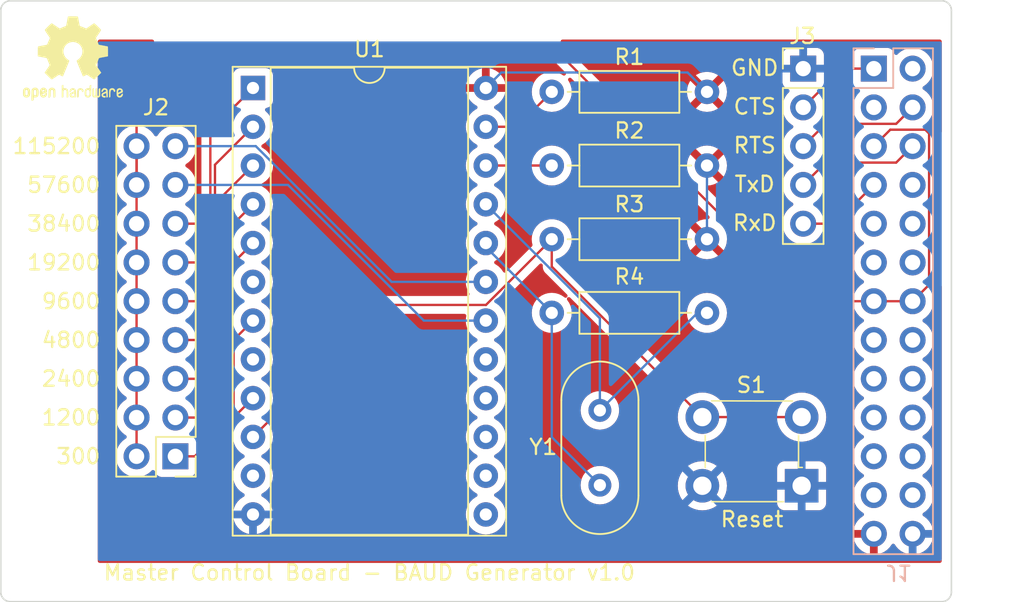
<source format=kicad_pcb>
(kicad_pcb (version 20211014) (generator pcbnew)
  (layers (0 "F.Cu" signal) (31 "B.Cu" signal) (34 "B.Paste" user) (35 "F.Paste" user) (36 "B.SilkS" user "B.Silkscreen") (37 "F.SilkS" user "F.Silkscreen") (38 "B.Mask" user) (39 "F.Mask" user) (44 "Edge.Cuts" user))
  (net 0 "")
  (net 1 "/CTSB")
  (net 4 "/RTSB")
  (net 5 "Net-(J1-Pad13)")
  (net 6 "/TxDB")
  (net 7 "/RxDB")
  (net 23 "+5V")
  (net 24 "GND")
  (net 25 "/F38400")
  (net 26 "/F19200")
  (net 27 "/F9600")
  (net 28 "/F4800")
  (net 29 "/F2400")
  (net 31 "/F1200")
  (net 33 "/F300")
  (net 40 "/F57600")
  (net 41 "/F115200")
  (net 42 "Net-(R1-Pad2)")
  (net 43 "Net-(R2-Pad2)")
  (net 44 "Net-(R3-Pad2)")
  (net 45 "Net-(R4-Pad1)")
  (net 46 "Net-(R4-Pad2)")
  (footprint "Resistor_THT:R_Axial_DIN0207_L6.3mm_D2.5mm_P10.16mm_Horizontal" (layer "F.Cu") (at 184.658 103.632)
    (fp_text reference "R4" (at 5.08 -2.37) (layer "F.SilkS"))
    (fp_text value "15M")
    (pad "1" thru_hole circle (at 0 0) (size 1.6 1.6) (drill 0.8) (layers *.Cu *.Mask) (net 45 "Net-(R4-Pad1)"))
    (pad "2" thru_hole oval (at 10.16 0) (size 1.6 1.6) (drill 0.8) (layers *.Cu *.Mask) (net 46 "Net-(R4-Pad2)"))
  )
  (footprint "Connector_PinHeader_2.54mm:PinHeader_2x09_P2.54mm_Vertical" (layer "F.Cu") (at 160.02 113.03 180)
    (fp_text reference "J2" (at 1.27 22.86) (layer "F.SilkS"))
    (fp_text value "Conn_02x09_Odd_Even")
    (pad "1" thru_hole rect (at 0 0 180) (size 1.7 1.7) (drill 1) (layers *.Cu *.Mask) (net 33 "/F300"))
    (pad "2" thru_hole oval (at 2.54 0 180) (size 1.7 1.7) (drill 1) (layers *.Cu *.Mask) (net 5 "Net-(J1-Pad13)"))
    (pad "3" thru_hole oval (at 0 2.54 180) (size 1.7 1.7) (drill 1) (layers *.Cu *.Mask) (net 31 "/F1200"))
    (pad "4" thru_hole oval (at 2.54 2.54 180) (size 1.7 1.7) (drill 1) (layers *.Cu *.Mask) (net 5 "Net-(J1-Pad13)"))
    (pad "5" thru_hole oval (at 0 5.08 180) (size 1.7 1.7) (drill 1) (layers *.Cu *.Mask) (net 29 "/F2400"))
    (pad "6" thru_hole oval (at 2.54 5.08 180) (size 1.7 1.7) (drill 1) (layers *.Cu *.Mask) (net 5 "Net-(J1-Pad13)"))
    (pad "7" thru_hole oval (at 0 7.62 180) (size 1.7 1.7) (drill 1) (layers *.Cu *.Mask) (net 28 "/F4800"))
    (pad "8" thru_hole oval (at 2.54 7.62 180) (size 1.7 1.7) (drill 1) (layers *.Cu *.Mask) (net 5 "Net-(J1-Pad13)"))
    (pad "9" thru_hole oval (at 0 10.16 180) (size 1.7 1.7) (drill 1) (layers *.Cu *.Mask) (net 27 "/F9600"))
    (pad "10" thru_hole oval (at 2.54 10.16 180) (size 1.7 1.7) (drill 1) (layers *.Cu *.Mask) (net 5 "Net-(J1-Pad13)"))
    (pad "11" thru_hole oval (at 0 12.7 180) (size 1.7 1.7) (drill 1) (layers *.Cu *.Mask) (net 26 "/F19200"))
    (pad "12" thru_hole oval (at 2.54 12.7 180) (size 1.7 1.7) (drill 1) (layers *.Cu *.Mask) (net 5 "Net-(J1-Pad13)"))
    (pad "13" thru_hole oval (at 0 15.24 180) (size 1.7 1.7) (drill 1) (layers *.Cu *.Mask) (net 25 "/F38400"))
    (pad "14" thru_hole oval (at 2.54 15.24 180) (size 1.7 1.7) (drill 1) (layers *.Cu *.Mask) (net 5 "Net-(J1-Pad13)"))
    (pad "15" thru_hole oval (at 0 17.78 180) (size 1.7 1.7) (drill 1) (layers *.Cu *.Mask) (net 40 "/F57600"))
    (pad "16" thru_hole oval (at 2.54 17.78 180) (size 1.7 1.7) (drill 1) (layers *.Cu *.Mask) (net 5 "Net-(J1-Pad13)"))
    (pad "17" thru_hole oval (at 0 20.32 180) (size 1.7 1.7) (drill 1) (layers *.Cu *.Mask) (net 41 "/F115200"))
    (pad "18" thru_hole oval (at 2.54 20.32 180) (size 1.7 1.7) (drill 1) (layers *.Cu *.Mask) (net 5 "Net-(J1-Pad13)"))
  )
  (footprint "Crystal:Crystal_HC18-U_Vertical" (layer "F.Cu") (at 187.8076 114.9212 90)
    (fp_text reference "Y1" (at 2.5008 -3.7084 180) (layer "F.SilkS"))
    (fp_text value "1.8432 MHz")
    (pad "1" thru_hole circle (at 0 0 90) (size 1.5 1.5) (drill 0.8) (layers *.Cu *.Mask) (net 45 "Net-(R4-Pad1)"))
    (pad "2" thru_hole circle (at 4.9 0 90) (size 1.5 1.5) (drill 0.8) (layers *.Cu *.Mask) (net 46 "Net-(R4-Pad2)"))
  )
  (footprint "Resistor_THT:R_Axial_DIN0207_L6.3mm_D2.5mm_P10.16mm_Horizontal" (layer "F.Cu") (at 194.818 89.154 180)
    (fp_text reference "R1" (at 5.08 2.286) (layer "F.SilkS"))
    (fp_text value "1K")
    (pad "1" thru_hole circle (at 0 0 180) (size 1.6 1.6) (drill 0.8) (layers *.Cu *.Mask) (net 23 "+5V"))
    (pad "2" thru_hole oval (at 10.16 0 180) (size 1.6 1.6) (drill 0.8) (layers *.Cu *.Mask) (net 42 "Net-(R1-Pad2)"))
  )
  (footprint "Resistor_THT:R_Axial_DIN0207_L6.3mm_D2.5mm_P10.16mm_Horizontal" (layer "F.Cu") (at 194.818 93.98 180)
    (fp_text reference "R2" (at 5.08 2.286) (layer "F.SilkS"))
    (fp_text value "1K")
    (pad "1" thru_hole circle (at 0 0 180) (size 1.6 1.6) (drill 0.8) (layers *.Cu *.Mask) (net 23 "+5V"))
    (pad "2" thru_hole oval (at 10.16 0 180) (size 1.6 1.6) (drill 0.8) (layers *.Cu *.Mask) (net 43 "Net-(R2-Pad2)"))
  )
  (footprint "Package_DIP:DIP-24_W15.24mm_Socket" (layer "F.Cu") (at 165.1 88.9)
    (fp_text reference "U1" (at 7.62 -2.54) (layer "F.SilkS"))
    (fp_text value "MC14411P")
    (pad "1" thru_hole rect (at 0 0) (size 1.6 1.6) (drill 0.8) (layers *.Cu *.Mask) (net 25 "/F38400"))
    (pad "2" thru_hole oval (at 0 2.54) (size 1.6 1.6) (drill 0.8) (layers *.Cu *.Mask) (net 26 "/F19200"))
    (pad "3" thru_hole oval (at 0 5.08) (size 1.6 1.6) (drill 0.8) (layers *.Cu *.Mask) (net 27 "/F9600"))
    (pad "4" thru_hole oval (at 0 7.62) (size 1.6 1.6) (drill 0.8) (layers *.Cu *.Mask) (net 28 "/F4800"))
    (pad "5" thru_hole oval (at 0 10.16) (size 1.6 1.6) (drill 0.8) (layers *.Cu *.Mask) (net 29 "/F2400"))
    (pad "6" thru_hole oval (at 0 12.7) (size 1.6 1.6) (drill 0.8) (layers *.Cu *.Mask))
    (pad "7" thru_hole oval (at 0 15.24) (size 1.6 1.6) (drill 0.8) (layers *.Cu *.Mask) (net 31 "/F1200"))
    (pad "8" thru_hole oval (at 0 17.78) (size 1.6 1.6) (drill 0.8) (layers *.Cu *.Mask))
    (pad "9" thru_hole oval (at 0 20.32) (size 1.6 1.6) (drill 0.8) (layers *.Cu *.Mask) (net 33 "/F300"))
    (pad "10" thru_hole oval (at 0 22.86) (size 1.6 1.6) (drill 0.8) (layers *.Cu *.Mask) (net 44 "Net-(R3-Pad2)"))
    (pad "11" thru_hole oval (at 0 25.4) (size 1.6 1.6) (drill 0.8) (layers *.Cu *.Mask))
    (pad "12" thru_hole oval (at 0 27.94) (size 1.6 1.6) (drill 0.8) (layers *.Cu *.Mask) (net 24 "GND"))
    (pad "13" thru_hole oval (at 15.24 27.94) (size 1.6 1.6) (drill 0.8) (layers *.Cu *.Mask))
    (pad "14" thru_hole oval (at 15.24 25.4) (size 1.6 1.6) (drill 0.8) (layers *.Cu *.Mask))
    (pad "15" thru_hole oval (at 15.24 22.86) (size 1.6 1.6) (drill 0.8) (layers *.Cu *.Mask))
    (pad "16" thru_hole oval (at 15.24 20.32) (size 1.6 1.6) (drill 0.8) (layers *.Cu *.Mask))
    (pad "17" thru_hole oval (at 15.24 17.78) (size 1.6 1.6) (drill 0.8) (layers *.Cu *.Mask))
    (pad "18" thru_hole oval (at 15.24 15.24) (size 1.6 1.6) (drill 0.8) (layers *.Cu *.Mask) (net 40 "/F57600"))
    (pad "19" thru_hole oval (at 15.24 12.7) (size 1.6 1.6) (drill 0.8) (layers *.Cu *.Mask) (net 41 "/F115200"))
    (pad "20" thru_hole oval (at 15.24 10.16) (size 1.6 1.6) (drill 0.8) (layers *.Cu *.Mask) (net 45 "Net-(R4-Pad1)"))
    (pad "21" thru_hole oval (at 15.24 7.62) (size 1.6 1.6) (drill 0.8) (layers *.Cu *.Mask) (net 46 "Net-(R4-Pad2)"))
    (pad "22" thru_hole oval (at 15.24 5.08) (size 1.6 1.6) (drill 0.8) (layers *.Cu *.Mask) (net 43 "Net-(R2-Pad2)"))
    (pad "23" thru_hole oval (at 15.24 2.54) (size 1.6 1.6) (drill 0.8) (layers *.Cu *.Mask) (net 42 "Net-(R1-Pad2)"))
    (pad "24" thru_hole oval (at 15.24 0) (size 1.6 1.6) (drill 0.8) (layers *.Cu *.Mask) (net 23 "+5V"))
  )
  (footprint "Connector_PinHeader_2.54mm:PinHeader_1x05_P2.54mm_Vertical" (layer "F.Cu") (at 201.1172 87.63)
    (fp_text reference "J3" (at -0.0508 -2.1336) (layer "F.SilkS"))
    (fp_text value "Conn_01x05")
    (pad "1" thru_hole rect (at 0 0) (size 1.7 1.7) (drill 1) (layers *.Cu *.Mask) (net 24 "GND"))
    (pad "2" thru_hole oval (at 0 2.54) (size 1.7 1.7) (drill 1) (layers *.Cu *.Mask) (net 1 "/CTSB"))
    (pad "3" thru_hole oval (at 0 5.08) (size 1.7 1.7) (drill 1) (layers *.Cu *.Mask) (net 4 "/RTSB"))
    (pad "4" thru_hole oval (at 0 7.62) (size 1.7 1.7) (drill 1) (layers *.Cu *.Mask) (net 6 "/TxDB"))
    (pad "5" thru_hole oval (at 0 10.16) (size 1.7 1.7) (drill 1) (layers *.Cu *.Mask) (net 7 "/RxDB"))
  )
  (footprint "digikey-footprints:Switch_Tactile_THT_6x6mm" (layer "F.Cu") (at 201.0156 114.9604 180)
    (fp_text reference "S1" (at 3.3008 6.604) (layer "F.SilkS"))
    (fp_text value "1825910-6")
    (pad "1" thru_hole rect locked (at 0 0 180) (size 2.2 2.2) (drill 1.2) (layers *.Cu *.Mask) (net 24 "GND"))
    (pad "2" thru_hole circle locked (at 6.5 0 180) (size 2.2 2.2) (drill 1.2) (layers *.Cu *.Mask) (net 24 "GND"))
    (pad "3" thru_hole circle locked (at 0 4.5 180) (size 2.2 2.2) (drill 1.2) (layers *.Cu *.Mask) (net 44 "Net-(R3-Pad2)"))
    (pad "4" thru_hole circle locked (at 6.5 4.5 180) (size 2.2 2.2) (drill 1.2) (layers *.Cu *.Mask) (net 44 "Net-(R3-Pad2)"))
  )
  (footprint "Resistor_THT:R_Axial_DIN0207_L6.3mm_D2.5mm_P10.16mm_Horizontal" (layer "F.Cu") (at 194.818 98.806 180)
    (fp_text reference "R3" (at 5.08 2.286) (layer "F.SilkS"))
    (fp_text value "1K")
    (pad "1" thru_hole circle (at 0 0 180) (size 1.6 1.6) (drill 0.8) (layers *.Cu *.Mask) (net 23 "+5V"))
    (pad "2" thru_hole oval (at 10.16 0 180) (size 1.6 1.6) (drill 0.8) (layers *.Cu *.Mask) (net 44 "Net-(R3-Pad2)"))
  )
  (footprint "Symbol:OSHW-Logo2_7.3x6mm_SilkScreen" (layer "F.Cu") (at 153.3144 86.9696)
    (fp_text reference "REF**" hide)
    (fp_text value "OSHW-Logo2_7.3x6mm_SilkScreen" hide)
  )
  (footprint "Connector_PinSocket_2.54mm:PinSocket_2x13_P2.54mm_Vertical" (layer "B.Cu") (at 205.74 87.63 180)
    (fp_text reference "J1" (at -1.651 -33.02 180 unlocked) (layer "B.SilkS") (effects (justify mirror)))
    (fp_text value "Conn_02x13_Odd_Even")
    (pad "1" thru_hole rect (at 0 0 180) (size 1.7 1.7) (drill 1) (layers *.Cu *.Mask) (net 1 "/CTSB"))
    (pad "2" thru_hole oval (at -2.54 0 180) (size 1.7 1.7) (drill 1) (layers *.Cu *.Mask))
    (pad "3" thru_hole oval (at 0 -2.54 180) (size 1.7 1.7) (drill 1) (layers *.Cu *.Mask))
    (pad "4" thru_hole oval (at -2.54 -2.54 180) (size 1.7 1.7) (drill 1) (layers *.Cu *.Mask) (net 4 "/RTSB"))
    (pad "5" thru_hole oval (at 0 -5.08 180) (size 1.7 1.7) (drill 1) (layers *.Cu *.Mask) (net 5 "Net-(J1-Pad13)"))
    (pad "6" thru_hole oval (at -2.54 -5.08 180) (size 1.7 1.7) (drill 1) (layers *.Cu *.Mask) (net 6 "/TxDB"))
    (pad "7" thru_hole oval (at 0 -7.62 180) (size 1.7 1.7) (drill 1) (layers *.Cu *.Mask) (net 7 "/RxDB"))
    (pad "8" thru_hole oval (at -2.54 -7.62 180) (size 1.7 1.7) (drill 1) (layers *.Cu *.Mask))
    (pad "9" thru_hole oval (at 0 -10.16 180) (size 1.7 1.7) (drill 1) (layers *.Cu *.Mask))
    (pad "10" thru_hole oval (at -2.54 -10.16 180) (size 1.7 1.7) (drill 1) (layers *.Cu *.Mask))
    (pad "11" thru_hole oval (at 0 -12.7 180) (size 1.7 1.7) (drill 1) (layers *.Cu *.Mask))
    (pad "12" thru_hole oval (at -2.54 -12.7 180) (size 1.7 1.7) (drill 1) (layers *.Cu *.Mask))
    (pad "13" thru_hole oval (at 0 -15.24 180) (size 1.7 1.7) (drill 1) (layers *.Cu *.Mask) (net 5 "Net-(J1-Pad13)"))
    (pad "14" thru_hole oval (at -2.54 -15.24 180) (size 1.7 1.7) (drill 1) (layers *.Cu *.Mask) (net 5 "Net-(J1-Pad13)"))
    (pad "15" thru_hole oval (at 0 -17.78 180) (size 1.7 1.7) (drill 1) (layers *.Cu *.Mask))
    (pad "16" thru_hole oval (at -2.54 -17.78 180) (size 1.7 1.7) (drill 1) (layers *.Cu *.Mask))
    (pad "17" thru_hole oval (at 0 -20.32 180) (size 1.7 1.7) (drill 1) (layers *.Cu *.Mask))
    (pad "18" thru_hole oval (at -2.54 -20.32 180) (size 1.7 1.7) (drill 1) (layers *.Cu *.Mask))
    (pad "19" thru_hole oval (at 0 -22.86 180) (size 1.7 1.7) (drill 1) (layers *.Cu *.Mask))
    (pad "20" thru_hole oval (at -2.54 -22.86 180) (size 1.7 1.7) (drill 1) (layers *.Cu *.Mask))
    (pad "21" thru_hole oval (at 0 -25.4 180) (size 1.7 1.7) (drill 1) (layers *.Cu *.Mask))
    (pad "22" thru_hole oval (at -2.54 -25.4 180) (size 1.7 1.7) (drill 1) (layers *.Cu *.Mask))
    (pad "23" thru_hole oval (at 0 -27.94 180) (size 1.7 1.7) (drill 1) (layers *.Cu *.Mask))
    (pad "24" thru_hole oval (at -2.54 -27.94 180) (size 1.7 1.7) (drill 1) (layers *.Cu *.Mask))
    (pad "25" thru_hole oval (at 0 -30.48 180) (size 1.7 1.7) (drill 1) (layers *.Cu *.Mask) (net 23 "+5V"))
    (pad "26" thru_hole oval (at -2.54 -30.48 180) (size 1.7 1.7) (drill 1) (layers *.Cu *.Mask) (net 24 "GND"))
  )
  (gr_line (start 148.59 121.92) (end 148.59 83.82) (layer "Edge.Cuts") (width 0.1))
  (gr_line (start 210.82 83.82) (end 210.820001 121.92) (layer "Edge.Cuts") (width 0.1))
  (gr_arc (start 210.820001 121.92) (mid 210.634014 122.369013) (end 210.185001 122.555) (layer "Edge.Cuts") (width 0.1))
  (gr_line (start 210.185001 122.555) (end 149.225 122.555) (layer "Edge.Cuts") (width 0.1))
  (gr_arc (start 149.225 122.555) (mid 148.775987 122.369013) (end 148.59 121.92) (layer "Edge.Cuts") (width 0.1))
  (gr_line (start 149.225 83.185) (end 210.185 83.185) (layer "Edge.Cuts") (width 0.1))
  (gr_arc (start 148.59 83.82) (mid 148.775987 83.370987) (end 149.225 83.185) (layer "Edge.Cuts") (width 0.1))
  (gr_arc (start 210.185 83.185) (mid 210.634013 83.370987) (end 210.82 83.82) (layer "Edge.Cuts") (width 0.1))
  (gr_text "Master Control Board - BAUD Generator v1.0" (at 172.72 120.65) (layer "F.SilkS") (effects (font (size 1 1))))
  (gr_text "GND" (at 197.9422 87.5792) (layer "F.SilkS") (effects (font (size 1.016 1.016) (thickness 0.1524))))
  (gr_text "CTS" (at 197.9422 90.1192) (layer "F.SilkS") (effects (font (size 1.016 1.016) (thickness 0.1524))))
  (gr_text "TxD" (at 197.9422 95.1992) (layer "F.SilkS") (effects (font (size 1.016 1.016) (thickness 0.1524))))
  (gr_text "300" (at 155.194 113.03) (layer "F.SilkS") (effects (font (size 1 1)) (justify right)))
  (gr_text "1200" (at 155.194 110.49) (layer "F.SilkS") (effects (font (size 1 1)) (justify right)))
  (gr_text "115200" (at 155.194 92.71) (layer "F.SilkS") (effects (font (size 1 1)) (justify right)))
  (gr_text "4800" (at 155.194 105.41) (layer "F.SilkS") (effects (font (size 1 1)) (justify right)))
  (gr_text "19200" (at 155.194 100.33) (layer "F.SilkS") (effects (font (size 1 1)) (justify right)))
  (gr_text "57600" (at 155.194 95.25) (layer "F.SilkS") (effects (font (size 1 1)) (justify right)))
  (gr_text "38400" (at 155.194 97.79) (layer "F.SilkS") (effects (font (size 1 1)) (justify right)))
  (gr_text "Reset\n" (at 197.7656 117.1554) (layer "F.SilkS") (effects (font (size 1 1))))
  (gr_text "2400" (at 155.194 107.95) (layer "F.SilkS") (effects (font (size 1 1)) (justify right)))
  (gr_text "RxD" (at 197.9422 97.7392) (layer "F.SilkS") (effects (font (size 1.016 1.016) (thickness 0.1524))))
  (gr_text "9600" (at 155.194 102.87) (layer "F.SilkS") (effects (font (size 1 1)) (justify right)))
  (gr_text "RTS" (at 197.9422 92.6592) (layer "F.SilkS") (effects (font (size 1.016 1.016) (thickness 0.1524))))
  (segment (start 205.74 87.63) (end 203.6572 87.63) (width 0.1524) (layer "F.Cu") (net 1))
  (segment (start 203.6572 87.63) (end 201.1172 90.17) (width 0.1524) (layer "F.Cu") (net 1))
  (segment (start 207.201889 91.248111) (end 202.579089 91.248111) (width 0.1524) (layer "F.Cu") (net 4))
  (segment (start 208.28 90.17) (end 207.201889 91.248111) (width 0.1524) (layer "F.Cu") (net 4))
  (segment (start 202.579089 91.248111) (end 201.1172 92.71) (width 0.1524) (layer "F.Cu") (net 4))
  (segment (start 157.48 92.71) (end 157.48 113.03) (width 0.1524) (layer "F.Cu") (net 5))
  (segment (start 209.358111 91.883111) (end 209.106889 91.631889) (width 0.1524) (layer "F.Cu") (net 5))
  (segment (start 209.358111 101.791889) (end 209.358111 91.883111) (width 0.1524) (layer "F.Cu") (net 5))
  (segment (start 157.48 95.25) (end 157.48 87.884) (width 0.1524) (layer "F.Cu") (net 5))
  (segment (start 208.28 102.87) (end 209.358111 101.791889) (width 0.1524) (layer "F.Cu") (net 5))
  (segment (start 205.74 102.87) (end 208.28 102.87) (width 0.1524) (layer "F.Cu") (net 5))
  (segment (start 159.004 86.36) (end 184.8612 86.36) (width 0.1524) (layer "F.Cu") (net 5))
  (segment (start 201.3712 102.87) (end 205.74 102.87) (width 0.1524) (layer "F.Cu") (net 5))
  (segment (start 184.8612 86.36) (end 201.3712 102.87) (width 0.1524) (layer "F.Cu") (net 5))
  (segment (start 157.48 87.884) (end 159.004 86.36) (width 0.1524) (layer "F.Cu") (net 5))
  (segment (start 209.106889 91.631889) (end 206.818111 91.631889) (width 0.1524) (layer "F.Cu") (net 5))
  (segment (start 206.818111 91.631889) (end 205.74 92.71) (width 0.1524) (layer "F.Cu") (net 5))
  (segment (start 208.28 92.71) (end 207.201889 93.788111) (width 0.1524) (layer "F.Cu") (net 6))
  (segment (start 202.579089 93.788111) (end 201.1172 95.25) (width 0.1524) (layer "F.Cu") (net 6))
  (segment (start 207.201889 93.788111) (end 202.579089 93.788111) (width 0.1524) (layer "F.Cu") (net 6))
  (segment (start 205.74 95.25) (end 203.2 97.79) (width 0.1524) (layer "F.Cu") (net 7))
  (segment (start 203.2 97.79) (end 201.1172 97.79) (width 0.1524) (layer "F.Cu") (net 7))
  (segment (start 193.548 87.884) (end 181.356 87.884) (width 0.1524) (layer "B.Cu") (net 23))
  (segment (start 194.818 89.154) (end 193.548 87.884) (width 0.1524) (layer "B.Cu") (net 23))
  (segment (start 181.356 87.884) (end 180.34 88.9) (width 0.1524) (layer "B.Cu") (net 23))
  (segment (start 194.818 98.806) (end 194.818 93.98) (width 0.1524) (layer "B.Cu") (net 23))
  (segment (start 162.3084 91.6916) (end 165.1 88.9) (width 0.1524) (layer "F.Cu") (net 25))
  (segment (start 160.02 97.79) (end 161.5464 97.79) (width 0.1524) (layer "F.Cu") (net 25))
  (segment (start 162.3084 97.028) (end 162.3084 91.6916) (width 0.1524) (layer "F.Cu") (net 25))
  (segment (start 161.5464 97.79) (end 162.3084 97.028) (width 0.1524) (layer "F.Cu") (net 25))
  (segment (start 162.61272 99.314) (end 162.61272 93.92728) (width 0.1524) (layer "F.Cu") (net 26))
  (segment (start 160.02 100.33) (end 161.59672 100.33) (width 0.1524) (layer "F.Cu") (net 26))
  (segment (start 161.59672 100.33) (end 162.61272 99.314) (width 0.1524) (layer "F.Cu") (net 26))
  (segment (start 162.61272 93.92728) (end 165.1 91.44) (width 0.1524) (layer "F.Cu") (net 26))
  (segment (start 161.90104 102.87) (end 162.91704 101.854) (width 0.1524) (layer "F.Cu") (net 27))
  (segment (start 162.91704 96.16296) (end 165.1 93.98) (width 0.1524) (layer "F.Cu") (net 27))
  (segment (start 162.91704 101.854) (end 162.91704 96.16296) (width 0.1524) (layer "F.Cu") (net 27))
  (segment (start 160.02 102.87) (end 161.90104 102.87) (width 0.1524) (layer "F.Cu") (net 27))
  (segment (start 160.02 105.41) (end 162.20536 105.41) (width 0.1524) (layer "F.Cu") (net 28))
  (segment (start 163.22136 104.394) (end 163.22136 98.39864) (width 0.1524) (layer "F.Cu") (net 28))
  (segment (start 163.22136 98.39864) (end 165.1 96.52) (width 0.1524) (layer "F.Cu") (net 28))
  (segment (start 162.20536 105.41) (end 163.22136 104.394) (width 0.1524) (layer "F.Cu") (net 28))
  (segment (start 162.56 107.95) (end 163.52568 106.98432) (width 0.1524) (layer "F.Cu") (net 29))
  (segment (start 163.52568 100.63432) (end 165.1 99.06) (width 0.1524) (layer "F.Cu") (net 29))
  (segment (start 160.02 107.95) (end 162.56 107.95) (width 0.1524) (layer "F.Cu") (net 29))
  (segment (start 163.52568 106.98432) (end 163.52568 100.63432) (width 0.1524) (layer "F.Cu") (net 29))
  (segment (start 163.83 109.728) (end 163.83 105.41) (width 0.1524) (layer "F.Cu") (net 31))
  (segment (start 160.02 110.49) (end 163.068 110.49) (width 0.1524) (layer "F.Cu") (net 31))
  (segment (start 163.068 110.49) (end 163.83 109.728) (width 0.1524) (layer "F.Cu") (net 31))
  (segment (start 163.83 105.41) (end 165.1 104.14) (width 0.1524) (layer "F.Cu") (net 31))
  (segment (start 161.29 113.03) (end 165.1 109.22) (width 0.1524) (layer "F.Cu") (net 33))
  (segment (start 160.02 113.03) (end 161.29 113.03) (width 0.1524) (layer "F.Cu") (net 33))
  (segment (start 167.393597 95.25) (end 176.283597 104.14) (width 0.1524) (layer "B.Cu") (net 40))
  (segment (start 176.283597 104.14) (end 180.34 104.14) (width 0.1524) (layer "B.Cu") (net 40))
  (segment (start 160.02 95.25) (end 167.393597 95.25) (width 0.1524) (layer "B.Cu") (net 40))
  (segment (start 165.28397 92.71) (end 174.17397 101.6) (width 0.1524) (layer "B.Cu") (net 41))
  (segment (start 174.17397 101.6) (end 180.34 101.6) (width 0.1524) (layer "B.Cu") (net 41))
  (segment (start 160.02 92.71) (end 165.28397 92.71) (width 0.1524) (layer "B.Cu") (net 41))
  (segment (start 180.34 91.44) (end 182.372 91.44) (width 0.1524) (layer "F.Cu") (net 42))
  (segment (start 182.372 91.44) (end 184.658 89.154) (width 0.1524) (layer "F.Cu") (net 42))
  (segment (start 180.34 93.98) (end 184.658 93.98) (width 0.1524) (layer "F.Cu") (net 43))
  (segment (start 184.658 100.6028) (end 194.5156 110.4604) (width 0.1524) (layer "F.Cu") (net 44))
  (segment (start 173.748111 103.111889) (end 180.352111 103.111889) (width 0.1524) (layer "F.Cu") (net 44))
  (segment (start 165.1 111.76) (end 173.748111 103.111889) (width 0.1524) (layer "F.Cu") (net 44))
  (segment (start 194.5156 110.4604) (end 201.0156 110.4604) (width 0.1524) (layer "F.Cu") (net 44))
  (segment (start 180.352111 103.111889) (end 184.658 98.806) (width 0.1524) (layer "F.Cu") (net 44))
  (segment (start 184.658 98.806) (end 184.658 100.6028) (width 0.1524) (layer "F.Cu") (net 44))
  (segment (start 184.658 103.632) (end 180.34 99.314) (width 0.1524) (layer "B.Cu") (net 45))
  (segment (start 180.34 99.314) (end 180.34 99.06) (width 0.1524) (layer "B.Cu") (net 45))
  (segment (start 187.8076 114.9212) (end 184.658 111.7716) (width 0.1524) (layer "B.Cu") (net 45))
  (segment (start 184.658 111.7716) (end 184.658 103.632) (width 0.1524) (layer "B.Cu") (net 45))
  (segment (start 187.8076 110.0212) (end 194.1968 103.632) (width 0.1524) (layer "B.Cu") (net 46))
  (segment (start 187.8076 103.9876) (end 180.34 96.52) (width 0.1524) (layer "B.Cu") (net 46))
  (segment (start 194.1968 103.632) (end 194.818 103.632) (width 0.1524) (layer "B.Cu") (net 46))
  (segment (start 187.8076 110.0212) (end 187.8076 103.9876) (width 0.1524) (layer "B.Cu") (net 46))
  (zone (net 23) (net_name "+5V") (layer "F.Cu") (connect_pads (clearance 0.508)) (min_thickness 0.254) (fill yes (thermal_gap 0.508) (thermal_bridge_width 0.508))
    (polygon (pts (xy 210.185 120.015) (xy 154.94 120.015) (xy 154.94 85.725) (xy 210.185 85.725)))
  )
  (zone (net 24) (net_name "GND") (layer "B.Cu") (connect_pads (clearance 0.508)) (min_thickness 0.254) (fill yes (thermal_gap 0.508) (thermal_bridge_width 0.508))
    (polygon (pts (xy 210.185 119.888) (xy 154.94 119.888) (xy 154.94 85.852) (xy 210.185 85.852)))
  )
)
</source>
